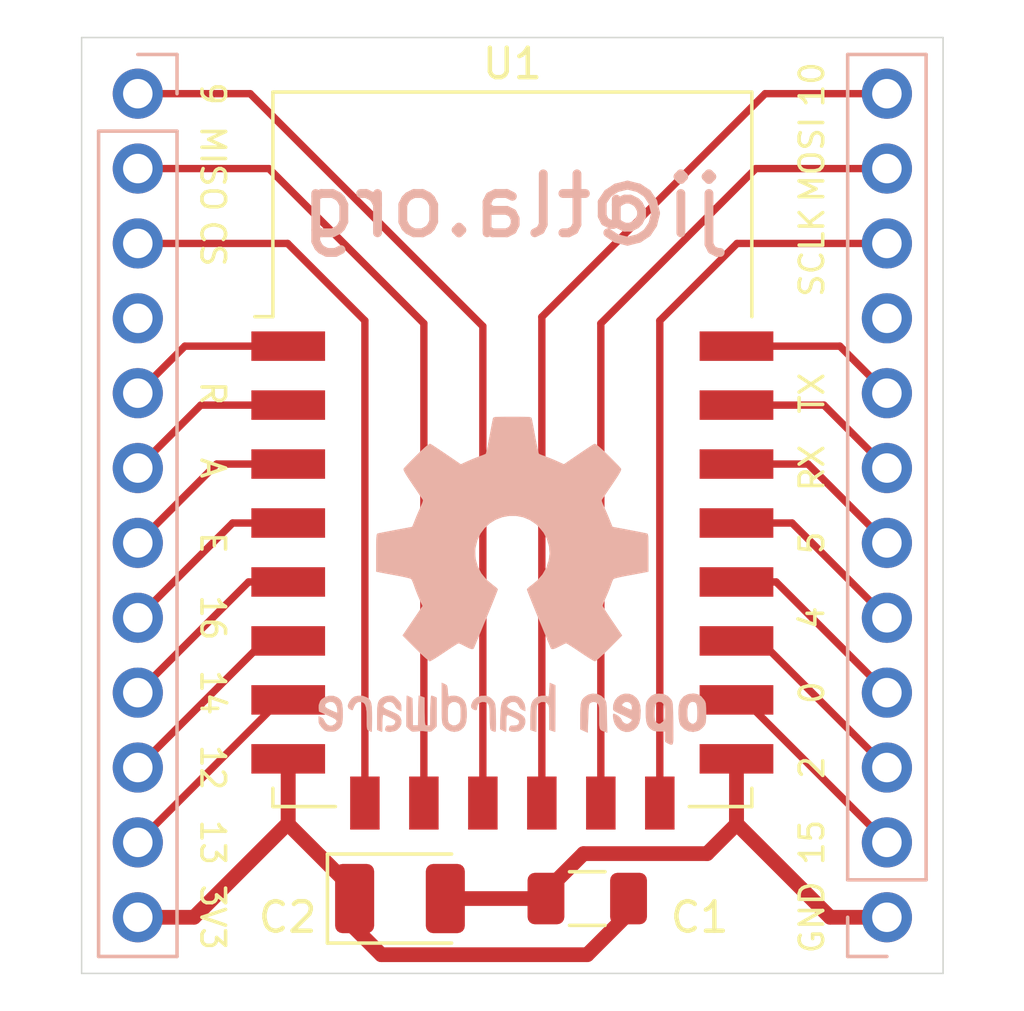
<source format=kicad_pcb>
(kicad_pcb (version 20171130) (host pcbnew 5.1.6-c6e7f7d~87~ubuntu18.04.1)

  (general
    (thickness 1.6)
    (drawings 27)
    (tracks 67)
    (zones 0)
    (modules 6)
    (nets 23)
  )

  (page A4)
  (layers
    (0 F.Cu signal)
    (31 B.Cu signal)
    (32 B.Adhes user)
    (33 F.Adhes user)
    (34 B.Paste user)
    (35 F.Paste user)
    (36 B.SilkS user)
    (37 F.SilkS user)
    (38 B.Mask user)
    (39 F.Mask user)
    (40 Dwgs.User user)
    (41 Cmts.User user)
    (42 Eco1.User user)
    (43 Eco2.User user)
    (44 Edge.Cuts user)
    (45 Margin user)
    (46 B.CrtYd user)
    (47 F.CrtYd user)
    (48 B.Fab user)
    (49 F.Fab user)
  )

  (setup
    (last_trace_width 0.25)
    (trace_clearance 0.2)
    (zone_clearance 0.508)
    (zone_45_only no)
    (trace_min 0.2)
    (via_size 0.8)
    (via_drill 0.4)
    (via_min_size 0.4)
    (via_min_drill 0.3)
    (uvia_size 0.3)
    (uvia_drill 0.1)
    (uvias_allowed no)
    (uvia_min_size 0.2)
    (uvia_min_drill 0.1)
    (edge_width 0.05)
    (segment_width 0.2)
    (pcb_text_width 0.3)
    (pcb_text_size 1.5 1.5)
    (mod_edge_width 0.12)
    (mod_text_size 1 1)
    (mod_text_width 0.15)
    (pad_size 1.7 1.7)
    (pad_drill 1)
    (pad_to_mask_clearance 0.05)
    (aux_axis_origin 0 0)
    (visible_elements FFFFFF7F)
    (pcbplotparams
      (layerselection 0x010fc_ffffffff)
      (usegerberextensions false)
      (usegerberattributes true)
      (usegerberadvancedattributes true)
      (creategerberjobfile true)
      (excludeedgelayer true)
      (linewidth 0.100000)
      (plotframeref false)
      (viasonmask false)
      (mode 1)
      (useauxorigin false)
      (hpglpennumber 1)
      (hpglpenspeed 20)
      (hpglpendiameter 15.000000)
      (psnegative false)
      (psa4output false)
      (plotreference true)
      (plotvalue true)
      (plotinvisibletext false)
      (padsonsilk false)
      (subtractmaskfromsilk false)
      (outputformat 1)
      (mirror false)
      (drillshape 1)
      (scaleselection 1)
      (outputdirectory ""))
  )

  (net 0 "")
  (net 1 /GPIO10)
  (net 2 /MOSI)
  (net 3 /SCLK)
  (net 4 /~RST)
  (net 5 /ADC)
  (net 6 /EN)
  (net 7 /GPIO16)
  (net 8 /GPIO14)
  (net 9 /GPIO12)
  (net 10 /GPIO13)
  (net 11 +3V3)
  (net 12 /GPIO9)
  (net 13 /MISO)
  (net 14 /CS0)
  (net 15 /TX)
  (net 16 /RX)
  (net 17 /GPIO5)
  (net 18 /GPIO4)
  (net 19 /GPIO0)
  (net 20 /GPIO2)
  (net 21 /GPIO15)
  (net 22 GND)

  (net_class Default "This is the default net class."
    (clearance 0.2)
    (trace_width 0.25)
    (via_dia 0.8)
    (via_drill 0.4)
    (uvia_dia 0.3)
    (uvia_drill 0.1)
    (add_net +3V3)
    (add_net /ADC)
    (add_net /CS0)
    (add_net /EN)
    (add_net /GPIO0)
    (add_net /GPIO10)
    (add_net /GPIO12)
    (add_net /GPIO13)
    (add_net /GPIO14)
    (add_net /GPIO15)
    (add_net /GPIO16)
    (add_net /GPIO2)
    (add_net /GPIO4)
    (add_net /GPIO5)
    (add_net /GPIO9)
    (add_net /MISO)
    (add_net /MOSI)
    (add_net /RX)
    (add_net /SCLK)
    (add_net /TX)
    (add_net /~RST)
    (add_net GND)
  )

  (module Symbol:OSHW-Logo2_14.6x12mm_SilkScreen (layer B.Cu) (tedit 0) (tstamp 5F3F1E65)
    (at 0 3.81 180)
    (descr "Open Source Hardware Symbol")
    (tags "Logo Symbol OSHW")
    (attr virtual)
    (fp_text reference REF** (at 0 0) (layer B.SilkS) hide
      (effects (font (size 1 1) (thickness 0.15)) (justify mirror))
    )
    (fp_text value OSHW-Logo2_14.6x12mm_SilkScreen (at 0.75 0) (layer B.Fab) hide
      (effects (font (size 1 1) (thickness 0.15)) (justify mirror))
    )
    (fp_poly (pts (xy -4.8281 -3.861903) (xy -4.71655 -3.917522) (xy -4.618092 -4.019931) (xy -4.590977 -4.057864)
      (xy -4.561438 -4.1075) (xy -4.542272 -4.161412) (xy -4.531307 -4.233364) (xy -4.526371 -4.337122)
      (xy -4.525287 -4.474101) (xy -4.530182 -4.661815) (xy -4.547196 -4.802758) (xy -4.579823 -4.907908)
      (xy -4.631558 -4.988243) (xy -4.705896 -5.054741) (xy -4.711358 -5.058678) (xy -4.78462 -5.098953)
      (xy -4.87284 -5.11888) (xy -4.985038 -5.123793) (xy -5.167433 -5.123793) (xy -5.167509 -5.300857)
      (xy -5.169207 -5.39947) (xy -5.17955 -5.457314) (xy -5.206578 -5.492006) (xy -5.258332 -5.521164)
      (xy -5.270761 -5.527121) (xy -5.328923 -5.555039) (xy -5.373956 -5.572672) (xy -5.407441 -5.574194)
      (xy -5.430962 -5.553781) (xy -5.4461 -5.505607) (xy -5.454437 -5.423846) (xy -5.457556 -5.302672)
      (xy -5.45704 -5.13626) (xy -5.454471 -4.918785) (xy -5.453668 -4.853736) (xy -5.450778 -4.629502)
      (xy -5.448188 -4.482821) (xy -5.167586 -4.482821) (xy -5.166009 -4.607326) (xy -5.159 -4.688787)
      (xy -5.143142 -4.742515) (xy -5.115019 -4.783823) (xy -5.095925 -4.803971) (xy -5.017865 -4.862921)
      (xy -4.948753 -4.86772) (xy -4.87744 -4.819038) (xy -4.875632 -4.817241) (xy -4.846617 -4.779618)
      (xy -4.828967 -4.728484) (xy -4.820064 -4.649738) (xy -4.817291 -4.529276) (xy -4.817241 -4.502588)
      (xy -4.823942 -4.336583) (xy -4.845752 -4.221505) (xy -4.885235 -4.151254) (xy -4.944956 -4.119729)
      (xy -4.979472 -4.116552) (xy -5.061389 -4.13146) (xy -5.117579 -4.180548) (xy -5.151402 -4.270362)
      (xy -5.16622 -4.407445) (xy -5.167586 -4.482821) (xy -5.448188 -4.482821) (xy -5.447713 -4.455952)
      (xy -5.443753 -4.325382) (xy -5.438174 -4.230087) (xy -5.430254 -4.162364) (xy -5.419269 -4.114507)
      (xy -5.404499 -4.078813) (xy -5.385218 -4.047578) (xy -5.376951 -4.035824) (xy -5.267288 -3.924797)
      (xy -5.128635 -3.861847) (xy -4.968246 -3.844297) (xy -4.8281 -3.861903)) (layer B.SilkS) (width 0.01))
    (fp_poly (pts (xy -2.582571 -3.877719) (xy -2.488877 -3.931914) (xy -2.423736 -3.985707) (xy -2.376093 -4.042066)
      (xy -2.343272 -4.110987) (xy -2.322594 -4.202468) (xy -2.31138 -4.326506) (xy -2.306951 -4.493098)
      (xy -2.306437 -4.612851) (xy -2.306437 -5.053659) (xy -2.430517 -5.109283) (xy -2.554598 -5.164907)
      (xy -2.569195 -4.682095) (xy -2.575227 -4.501779) (xy -2.581555 -4.370901) (xy -2.589394 -4.280511)
      (xy -2.599963 -4.221664) (xy -2.614477 -4.185413) (xy -2.634152 -4.16281) (xy -2.640465 -4.157917)
      (xy -2.736112 -4.119706) (xy -2.832793 -4.134827) (xy -2.890345 -4.174943) (xy -2.913755 -4.20337)
      (xy -2.929961 -4.240672) (xy -2.940259 -4.297223) (xy -2.945951 -4.383394) (xy -2.948336 -4.509558)
      (xy -2.948736 -4.641042) (xy -2.948814 -4.805999) (xy -2.951639 -4.922761) (xy -2.961093 -5.00151)
      (xy -2.98106 -5.052431) (xy -3.015424 -5.085706) (xy -3.068068 -5.11152) (xy -3.138383 -5.138344)
      (xy -3.21518 -5.167542) (xy -3.206038 -4.649346) (xy -3.202357 -4.462539) (xy -3.19805 -4.32449)
      (xy -3.191877 -4.225568) (xy -3.182598 -4.156145) (xy -3.168973 -4.10659) (xy -3.149761 -4.067273)
      (xy -3.126598 -4.032584) (xy -3.014848 -3.92177) (xy -2.878487 -3.857689) (xy -2.730175 -3.842339)
      (xy -2.582571 -3.877719)) (layer B.SilkS) (width 0.01))
    (fp_poly (pts (xy -5.951779 -3.866015) (xy -5.814939 -3.937968) (xy -5.713949 -4.053766) (xy -5.678075 -4.128213)
      (xy -5.650161 -4.239992) (xy -5.635871 -4.381227) (xy -5.634516 -4.535371) (xy -5.645405 -4.685879)
      (xy -5.667847 -4.816205) (xy -5.70115 -4.909803) (xy -5.711385 -4.925922) (xy -5.832618 -5.046249)
      (xy -5.976613 -5.118317) (xy -6.132861 -5.139408) (xy -6.290852 -5.106802) (xy -6.33482 -5.087253)
      (xy -6.420444 -5.027012) (xy -6.495592 -4.947135) (xy -6.502694 -4.937004) (xy -6.531561 -4.888181)
      (xy -6.550643 -4.83599) (xy -6.561916 -4.767285) (xy -6.567355 -4.668918) (xy -6.568938 -4.527744)
      (xy -6.568965 -4.496092) (xy -6.568893 -4.486019) (xy -6.277011 -4.486019) (xy -6.275313 -4.619256)
      (xy -6.268628 -4.707674) (xy -6.254575 -4.764785) (xy -6.230771 -4.804102) (xy -6.218621 -4.817241)
      (xy -6.148764 -4.867172) (xy -6.080941 -4.864895) (xy -6.012365 -4.821584) (xy -5.971465 -4.775346)
      (xy -5.947242 -4.707857) (xy -5.933639 -4.601433) (xy -5.932706 -4.58902) (xy -5.930384 -4.396147)
      (xy -5.95465 -4.2529) (xy -6.005176 -4.16016) (xy -6.081632 -4.118807) (xy -6.108924 -4.116552)
      (xy -6.180589 -4.127893) (xy -6.22961 -4.167184) (xy -6.259582 -4.242326) (xy -6.274101 -4.361222)
      (xy -6.277011 -4.486019) (xy -6.568893 -4.486019) (xy -6.567878 -4.345659) (xy -6.563312 -4.240549)
      (xy -6.553312 -4.167714) (xy -6.535921 -4.114108) (xy -6.509184 -4.066681) (xy -6.503276 -4.057864)
      (xy -6.403968 -3.939007) (xy -6.295758 -3.870008) (xy -6.164019 -3.842619) (xy -6.119283 -3.841281)
      (xy -5.951779 -3.866015)) (layer B.SilkS) (width 0.01))
    (fp_poly (pts (xy -3.684448 -3.884676) (xy -3.569342 -3.962111) (xy -3.480389 -4.073949) (xy -3.427251 -4.216265)
      (xy -3.416503 -4.321015) (xy -3.417724 -4.364726) (xy -3.427944 -4.398194) (xy -3.456039 -4.428179)
      (xy -3.510884 -4.46144) (xy -3.601355 -4.504738) (xy -3.736328 -4.564833) (xy -3.737011 -4.565134)
      (xy -3.861249 -4.622037) (xy -3.963127 -4.672565) (xy -4.032233 -4.71128) (xy -4.058154 -4.73274)
      (xy -4.058161 -4.732913) (xy -4.035315 -4.779644) (xy -3.981891 -4.831154) (xy -3.920558 -4.868261)
      (xy -3.889485 -4.875632) (xy -3.804711 -4.850138) (xy -3.731707 -4.786291) (xy -3.696087 -4.716094)
      (xy -3.66182 -4.664343) (xy -3.594697 -4.605409) (xy -3.515792 -4.554496) (xy -3.446179 -4.526809)
      (xy -3.431623 -4.525287) (xy -3.415237 -4.550321) (xy -3.41425 -4.614311) (xy -3.426292 -4.700593)
      (xy -3.448993 -4.792501) (xy -3.479986 -4.873369) (xy -3.481552 -4.876509) (xy -3.574819 -5.006734)
      (xy -3.695696 -5.095311) (xy -3.832973 -5.138786) (xy -3.97544 -5.133706) (xy -4.111888 -5.076616)
      (xy -4.117955 -5.072602) (xy -4.22529 -4.975326) (xy -4.295868 -4.848409) (xy -4.334926 -4.681526)
      (xy -4.340168 -4.634639) (xy -4.349452 -4.413329) (xy -4.338322 -4.310124) (xy -4.058161 -4.310124)
      (xy -4.054521 -4.374503) (xy -4.034611 -4.393291) (xy -3.984974 -4.379235) (xy -3.906733 -4.346009)
      (xy -3.819274 -4.304359) (xy -3.817101 -4.303256) (xy -3.74297 -4.264265) (xy -3.713219 -4.238244)
      (xy -3.720555 -4.210965) (xy -3.751447 -4.175121) (xy -3.83004 -4.123251) (xy -3.914677 -4.119439)
      (xy -3.990597 -4.157189) (xy -4.043035 -4.230001) (xy -4.058161 -4.310124) (xy -4.338322 -4.310124)
      (xy -4.330356 -4.236261) (xy -4.281366 -4.095829) (xy -4.213164 -3.997447) (xy -4.090065 -3.89803)
      (xy -3.954472 -3.848711) (xy -3.816045 -3.845568) (xy -3.684448 -3.884676)) (layer B.SilkS) (width 0.01))
    (fp_poly (pts (xy -1.255402 -3.723857) (xy -1.246846 -3.843188) (xy -1.237019 -3.913506) (xy -1.223401 -3.944179)
      (xy -1.203473 -3.944571) (xy -1.197011 -3.94091) (xy -1.11106 -3.914398) (xy -0.999255 -3.915946)
      (xy -0.885586 -3.943199) (xy -0.81449 -3.978455) (xy -0.741595 -4.034778) (xy -0.688307 -4.098519)
      (xy -0.651725 -4.17951) (xy -0.62895 -4.287586) (xy -0.617081 -4.43258) (xy -0.613218 -4.624326)
      (xy -0.613149 -4.661109) (xy -0.613103 -5.074288) (xy -0.705046 -5.106339) (xy -0.770348 -5.128144)
      (xy -0.806176 -5.138297) (xy -0.80723 -5.138391) (xy -0.810758 -5.11086) (xy -0.813761 -5.034923)
      (xy -0.81601 -4.920565) (xy -0.817276 -4.777769) (xy -0.817471 -4.690951) (xy -0.817877 -4.519773)
      (xy -0.819968 -4.397088) (xy -0.825053 -4.313) (xy -0.83444 -4.257614) (xy -0.849439 -4.221032)
      (xy -0.871358 -4.193359) (xy -0.885043 -4.180032) (xy -0.979051 -4.126328) (xy -1.081636 -4.122307)
      (xy -1.17471 -4.167725) (xy -1.191922 -4.184123) (xy -1.217168 -4.214957) (xy -1.23468 -4.251531)
      (xy -1.245858 -4.304415) (xy -1.252104 -4.384177) (xy -1.254818 -4.501385) (xy -1.255402 -4.662991)
      (xy -1.255402 -5.074288) (xy -1.347345 -5.106339) (xy -1.412647 -5.128144) (xy -1.448475 -5.138297)
      (xy -1.449529 -5.138391) (xy -1.452225 -5.110448) (xy -1.454655 -5.03163) (xy -1.456722 -4.909453)
      (xy -1.458329 -4.751432) (xy -1.459377 -4.565083) (xy -1.459769 -4.35792) (xy -1.45977 -4.348706)
      (xy -1.45977 -3.55902) (xy -1.364885 -3.518997) (xy -1.27 -3.478973) (xy -1.255402 -3.723857)) (layer B.SilkS) (width 0.01))
    (fp_poly (pts (xy 0.079944 -3.92436) (xy 0.194343 -3.966842) (xy 0.195652 -3.967658) (xy 0.266403 -4.01973)
      (xy 0.318636 -4.080584) (xy 0.355371 -4.159887) (xy 0.379634 -4.267309) (xy 0.394445 -4.412517)
      (xy 0.402829 -4.605179) (xy 0.403564 -4.632628) (xy 0.41412 -5.046521) (xy 0.325291 -5.092456)
      (xy 0.261018 -5.123498) (xy 0.22221 -5.138206) (xy 0.220415 -5.138391) (xy 0.2137 -5.11125)
      (xy 0.208365 -5.038041) (xy 0.205083 -4.931081) (xy 0.204368 -4.844469) (xy 0.204351 -4.704162)
      (xy 0.197937 -4.616051) (xy 0.17558 -4.574025) (xy 0.127732 -4.571975) (xy 0.044849 -4.60379)
      (xy -0.080287 -4.662272) (xy -0.172303 -4.710845) (xy -0.219629 -4.752986) (xy -0.233542 -4.798916)
      (xy -0.233563 -4.801189) (xy -0.210605 -4.880311) (xy -0.14263 -4.923055) (xy -0.038602 -4.929246)
      (xy 0.03633 -4.928172) (xy 0.075839 -4.949753) (xy 0.100478 -5.001591) (xy 0.114659 -5.067632)
      (xy 0.094223 -5.105104) (xy 0.086528 -5.110467) (xy 0.014083 -5.132006) (xy -0.087367 -5.135055)
      (xy -0.191843 -5.120778) (xy -0.265875 -5.094688) (xy -0.368228 -5.007785) (xy -0.426409 -4.886816)
      (xy -0.437931 -4.792308) (xy -0.429138 -4.707062) (xy -0.39732 -4.637476) (xy -0.334316 -4.575672)
      (xy -0.231969 -4.513772) (xy -0.082118 -4.443897) (xy -0.072988 -4.439948) (xy 0.061997 -4.377588)
      (xy 0.145294 -4.326446) (xy 0.180997 -4.280488) (xy 0.173203 -4.233683) (xy 0.126007 -4.179998)
      (xy 0.111894 -4.167644) (xy 0.017359 -4.119741) (xy -0.080594 -4.121758) (xy -0.165903 -4.168724)
      (xy -0.222504 -4.255669) (xy -0.227763 -4.272734) (xy -0.278977 -4.355504) (xy -0.343963 -4.395372)
      (xy -0.437931 -4.434882) (xy -0.437931 -4.332658) (xy -0.409347 -4.184072) (xy -0.324505 -4.047784)
      (xy -0.280355 -4.002191) (xy -0.179995 -3.943674) (xy -0.052365 -3.917184) (xy 0.079944 -3.92436)) (layer B.SilkS) (width 0.01))
    (fp_poly (pts (xy 1.065943 -3.92192) (xy 1.198565 -3.970859) (xy 1.30601 -4.057419) (xy 1.348032 -4.118352)
      (xy 1.393843 -4.230161) (xy 1.392891 -4.311006) (xy 1.344808 -4.365378) (xy 1.327017 -4.374624)
      (xy 1.250204 -4.40345) (xy 1.210976 -4.396065) (xy 1.197689 -4.347658) (xy 1.197012 -4.32092)
      (xy 1.172686 -4.222548) (xy 1.109281 -4.153734) (xy 1.021154 -4.120498) (xy 0.922663 -4.128861)
      (xy 0.842602 -4.172296) (xy 0.815561 -4.197072) (xy 0.796394 -4.227129) (xy 0.783446 -4.272565)
      (xy 0.775064 -4.343476) (xy 0.769593 -4.44996) (xy 0.765378 -4.602112) (xy 0.764287 -4.650287)
      (xy 0.760307 -4.815095) (xy 0.755781 -4.931088) (xy 0.748995 -5.007833) (xy 0.738231 -5.054893)
      (xy 0.721773 -5.081835) (xy 0.697906 -5.098223) (xy 0.682626 -5.105463) (xy 0.617733 -5.13022)
      (xy 0.579534 -5.138391) (xy 0.566912 -5.111103) (xy 0.559208 -5.028603) (xy 0.55638 -4.889941)
      (xy 0.558386 -4.694162) (xy 0.559011 -4.663965) (xy 0.563421 -4.485349) (xy 0.568635 -4.354923)
      (xy 0.576055 -4.262492) (xy 0.587082 -4.197858) (xy 0.603117 -4.150825) (xy 0.625561 -4.111196)
      (xy 0.637302 -4.094215) (xy 0.704619 -4.01908) (xy 0.77991 -3.960638) (xy 0.789128 -3.955536)
      (xy 0.924133 -3.91526) (xy 1.065943 -3.92192)) (layer B.SilkS) (width 0.01))
    (fp_poly (pts (xy 2.393914 -4.154455) (xy 2.393543 -4.372661) (xy 2.392108 -4.540519) (xy 2.389002 -4.66607)
      (xy 2.383622 -4.757355) (xy 2.375362 -4.822415) (xy 2.363616 -4.869291) (xy 2.347781 -4.906024)
      (xy 2.33579 -4.926991) (xy 2.23649 -5.040694) (xy 2.110588 -5.111965) (xy 1.971291 -5.137538)
      (xy 1.831805 -5.11415) (xy 1.748743 -5.072119) (xy 1.661545 -4.999411) (xy 1.602117 -4.910612)
      (xy 1.566261 -4.79432) (xy 1.549781 -4.639135) (xy 1.547447 -4.525287) (xy 1.547761 -4.517106)
      (xy 1.751724 -4.517106) (xy 1.75297 -4.647657) (xy 1.758678 -4.73408) (xy 1.771804 -4.790618)
      (xy 1.795306 -4.831514) (xy 1.823386 -4.862362) (xy 1.917688 -4.921905) (xy 2.01894 -4.926992)
      (xy 2.114636 -4.877279) (xy 2.122084 -4.870543) (xy 2.153874 -4.835502) (xy 2.173808 -4.793811)
      (xy 2.1846 -4.731762) (xy 2.188965 -4.635644) (xy 2.189655 -4.529379) (xy 2.188159 -4.39588)
      (xy 2.181964 -4.306822) (xy 2.168514 -4.248293) (xy 2.145251 -4.206382) (xy 2.126175 -4.184123)
      (xy 2.037563 -4.127985) (xy 1.935508 -4.121235) (xy 1.838095 -4.164114) (xy 1.819296 -4.180032)
      (xy 1.787293 -4.215382) (xy 1.767318 -4.257502) (xy 1.756593 -4.320251) (xy 1.752339 -4.417487)
      (xy 1.751724 -4.517106) (xy 1.547761 -4.517106) (xy 1.554504 -4.341947) (xy 1.578472 -4.204195)
      (xy 1.623548 -4.100632) (xy 1.693928 -4.019856) (xy 1.748743 -3.978455) (xy 1.848376 -3.933728)
      (xy 1.963855 -3.912967) (xy 2.071199 -3.918525) (xy 2.131264 -3.940943) (xy 2.154835 -3.947323)
      (xy 2.170477 -3.923535) (xy 2.181395 -3.859788) (xy 2.189655 -3.762687) (xy 2.198699 -3.654541)
      (xy 2.211261 -3.589475) (xy 2.234119 -3.552268) (xy 2.274051 -3.527699) (xy 2.299138 -3.516819)
      (xy 2.394023 -3.477072) (xy 2.393914 -4.154455)) (layer B.SilkS) (width 0.01))
    (fp_poly (pts (xy 3.580124 -3.93984) (xy 3.584579 -4.016653) (xy 3.588071 -4.133391) (xy 3.590315 -4.280821)
      (xy 3.591035 -4.435455) (xy 3.591035 -4.958727) (xy 3.498645 -5.051117) (xy 3.434978 -5.108047)
      (xy 3.379089 -5.131107) (xy 3.302702 -5.129647) (xy 3.27238 -5.125934) (xy 3.17761 -5.115126)
      (xy 3.099222 -5.108933) (xy 3.080115 -5.108361) (xy 3.015699 -5.112102) (xy 2.923571 -5.121494)
      (xy 2.88785 -5.125934) (xy 2.800114 -5.132801) (xy 2.741153 -5.117885) (xy 2.68269 -5.071835)
      (xy 2.661585 -5.051117) (xy 2.569195 -4.958727) (xy 2.569195 -3.979947) (xy 2.643558 -3.946066)
      (xy 2.70759 -3.92097) (xy 2.745052 -3.912184) (xy 2.754657 -3.93995) (xy 2.763635 -4.01753)
      (xy 2.771386 -4.136348) (xy 2.777314 -4.287828) (xy 2.780173 -4.415805) (xy 2.788161 -4.919425)
      (xy 2.857848 -4.929278) (xy 2.921229 -4.922389) (xy 2.952286 -4.900083) (xy 2.960967 -4.858379)
      (xy 2.968378 -4.769544) (xy 2.973931 -4.644834) (xy 2.977036 -4.495507) (xy 2.977484 -4.418661)
      (xy 2.977931 -3.976287) (xy 3.069874 -3.944235) (xy 3.134949 -3.922443) (xy 3.170347 -3.912281)
      (xy 3.171368 -3.912184) (xy 3.17492 -3.939809) (xy 3.178823 -4.016411) (xy 3.182751 -4.132579)
      (xy 3.186376 -4.278904) (xy 3.188908 -4.415805) (xy 3.196897 -4.919425) (xy 3.372069 -4.919425)
      (xy 3.380107 -4.459965) (xy 3.388146 -4.000505) (xy 3.473543 -3.956344) (xy 3.536593 -3.926019)
      (xy 3.57391 -3.912258) (xy 3.574987 -3.912184) (xy 3.580124 -3.93984)) (layer B.SilkS) (width 0.01))
    (fp_poly (pts (xy 4.314406 -3.935156) (xy 4.398469 -3.973393) (xy 4.46445 -4.019726) (xy 4.512794 -4.071532)
      (xy 4.546172 -4.138363) (xy 4.567253 -4.229769) (xy 4.578707 -4.355301) (xy 4.583203 -4.524508)
      (xy 4.583678 -4.635933) (xy 4.583678 -5.070627) (xy 4.509316 -5.104509) (xy 4.450746 -5.129272)
      (xy 4.42173 -5.138391) (xy 4.416179 -5.111257) (xy 4.411775 -5.038094) (xy 4.409078 -4.931263)
      (xy 4.408506 -4.846437) (xy 4.406046 -4.723887) (xy 4.399412 -4.626668) (xy 4.389726 -4.567134)
      (xy 4.382032 -4.554483) (xy 4.330311 -4.567402) (xy 4.249117 -4.600539) (xy 4.155102 -4.645461)
      (xy 4.064917 -4.693735) (xy 3.995215 -4.736928) (xy 3.962648 -4.766608) (xy 3.962519 -4.766929)
      (xy 3.96532 -4.821857) (xy 3.990439 -4.874292) (xy 4.034541 -4.916881) (xy 4.098909 -4.931126)
      (xy 4.153921 -4.929466) (xy 4.231835 -4.928245) (xy 4.272732 -4.946498) (xy 4.297295 -4.994726)
      (xy 4.300392 -5.00382) (xy 4.31104 -5.072598) (xy 4.282565 -5.11436) (xy 4.208344 -5.134263)
      (xy 4.128168 -5.137944) (xy 3.98389 -5.110658) (xy 3.909203 -5.07169) (xy 3.816963 -4.980148)
      (xy 3.768043 -4.867782) (xy 3.763654 -4.749051) (xy 3.805001 -4.638411) (xy 3.867197 -4.56908)
      (xy 3.929294 -4.530265) (xy 4.026895 -4.481125) (xy 4.140632 -4.431292) (xy 4.15959 -4.423677)
      (xy 4.284521 -4.368545) (xy 4.356539 -4.319954) (xy 4.3797 -4.271647) (xy 4.358064 -4.21737)
      (xy 4.32092 -4.174943) (xy 4.233127 -4.122702) (xy 4.13653 -4.118784) (xy 4.047944 -4.159041)
      (xy 3.984186 -4.239326) (xy 3.975817 -4.26004) (xy 3.927096 -4.336225) (xy 3.855965 -4.392785)
      (xy 3.766207 -4.439201) (xy 3.766207 -4.307584) (xy 3.77149 -4.227168) (xy 3.794142 -4.163786)
      (xy 3.844367 -4.096163) (xy 3.892582 -4.044076) (xy 3.967554 -3.970322) (xy 4.025806 -3.930702)
      (xy 4.088372 -3.91481) (xy 4.159193 -3.912184) (xy 4.314406 -3.935156)) (layer B.SilkS) (width 0.01))
    (fp_poly (pts (xy 5.33569 -3.940018) (xy 5.370585 -3.955269) (xy 5.453877 -4.021235) (xy 5.525103 -4.116618)
      (xy 5.569153 -4.218406) (xy 5.576322 -4.268587) (xy 5.552285 -4.338647) (xy 5.499561 -4.375717)
      (xy 5.443031 -4.398164) (xy 5.417146 -4.4023) (xy 5.404542 -4.372283) (xy 5.379654 -4.306961)
      (xy 5.368735 -4.277445) (xy 5.307508 -4.175348) (xy 5.218861 -4.124423) (xy 5.105193 -4.125989)
      (xy 5.096774 -4.127994) (xy 5.036088 -4.156767) (xy 4.991474 -4.212859) (xy 4.961002 -4.303163)
      (xy 4.942744 -4.434571) (xy 4.934771 -4.613974) (xy 4.934023 -4.709433) (xy 4.933652 -4.859913)
      (xy 4.931223 -4.962495) (xy 4.92476 -5.027672) (xy 4.912288 -5.065938) (xy 4.891833 -5.087785)
      (xy 4.861419 -5.103707) (xy 4.859661 -5.104509) (xy 4.801091 -5.129272) (xy 4.772075 -5.138391)
      (xy 4.767616 -5.110822) (xy 4.763799 -5.03462) (xy 4.760899 -4.919541) (xy 4.759191 -4.775341)
      (xy 4.758851 -4.669814) (xy 4.760588 -4.465613) (xy 4.767382 -4.310697) (xy 4.781607 -4.196024)
      (xy 4.805638 -4.112551) (xy 4.841848 -4.051236) (xy 4.892612 -4.003034) (xy 4.942739 -3.969393)
      (xy 5.063275 -3.924619) (xy 5.203557 -3.914521) (xy 5.33569 -3.940018)) (layer B.SilkS) (width 0.01))
    (fp_poly (pts (xy 6.343439 -3.95654) (xy 6.45895 -4.032034) (xy 6.514664 -4.099617) (xy 6.558804 -4.222255)
      (xy 6.562309 -4.319298) (xy 6.554368 -4.449056) (xy 6.255115 -4.580039) (xy 6.109611 -4.646958)
      (xy 6.014537 -4.70079) (xy 5.965101 -4.747416) (xy 5.956511 -4.79272) (xy 5.983972 -4.842582)
      (xy 6.014253 -4.875632) (xy 6.102363 -4.928633) (xy 6.198196 -4.932347) (xy 6.286212 -4.891041)
      (xy 6.350869 -4.808983) (xy 6.362433 -4.780008) (xy 6.417825 -4.689509) (xy 6.481553 -4.65094)
      (xy 6.568966 -4.617946) (xy 6.568966 -4.743034) (xy 6.561238 -4.828156) (xy 6.530966 -4.899938)
      (xy 6.467518 -4.982356) (xy 6.458088 -4.993066) (xy 6.387513 -5.066391) (xy 6.326847 -5.105742)
      (xy 6.25095 -5.123845) (xy 6.18803 -5.129774) (xy 6.075487 -5.131251) (xy 5.99537 -5.112535)
      (xy 5.94539 -5.084747) (xy 5.866838 -5.023641) (xy 5.812463 -4.957554) (xy 5.778052 -4.874441)
      (xy 5.759388 -4.762254) (xy 5.752256 -4.608946) (xy 5.751687 -4.531136) (xy 5.753622 -4.437853)
      (xy 5.929899 -4.437853) (xy 5.931944 -4.487896) (xy 5.937039 -4.496092) (xy 5.970666 -4.484958)
      (xy 6.04303 -4.455493) (xy 6.139747 -4.413601) (xy 6.159973 -4.404597) (xy 6.282203 -4.342442)
      (xy 6.349547 -4.287815) (xy 6.364348 -4.236649) (xy 6.328947 -4.184876) (xy 6.299711 -4.162)
      (xy 6.194216 -4.11625) (xy 6.095476 -4.123808) (xy 6.012812 -4.179651) (xy 5.955548 -4.278753)
      (xy 5.937188 -4.357414) (xy 5.929899 -4.437853) (xy 5.753622 -4.437853) (xy 5.755459 -4.349351)
      (xy 5.769359 -4.214853) (xy 5.796894 -4.116916) (xy 5.841572 -4.044811) (xy 5.906901 -3.987813)
      (xy 5.935383 -3.969393) (xy 6.064763 -3.921422) (xy 6.206412 -3.918403) (xy 6.343439 -3.95654)) (layer B.SilkS) (width 0.01))
    (fp_poly (pts (xy 0.209014 5.547002) (xy 0.367006 5.546137) (xy 0.481347 5.543795) (xy 0.559407 5.539238)
      (xy 0.608554 5.53173) (xy 0.636159 5.520534) (xy 0.649592 5.504912) (xy 0.656221 5.484127)
      (xy 0.656865 5.481437) (xy 0.666935 5.432887) (xy 0.685575 5.337095) (xy 0.710845 5.204257)
      (xy 0.740807 5.044569) (xy 0.773522 4.868226) (xy 0.774664 4.862033) (xy 0.807433 4.689218)
      (xy 0.838093 4.536531) (xy 0.864664 4.413129) (xy 0.885167 4.328169) (xy 0.897626 4.29081)
      (xy 0.89822 4.290148) (xy 0.934919 4.271905) (xy 1.010586 4.241503) (xy 1.108878 4.205507)
      (xy 1.109425 4.205315) (xy 1.233233 4.158778) (xy 1.379196 4.099496) (xy 1.516781 4.039891)
      (xy 1.523293 4.036944) (xy 1.74739 3.935235) (xy 2.243619 4.274103) (xy 2.395846 4.377408)
      (xy 2.533741 4.469763) (xy 2.649315 4.545916) (xy 2.734579 4.600615) (xy 2.781544 4.628607)
      (xy 2.786004 4.630683) (xy 2.820134 4.62144) (xy 2.883881 4.576844) (xy 2.979731 4.494791)
      (xy 3.110169 4.373179) (xy 3.243328 4.243795) (xy 3.371694 4.116298) (xy 3.486581 3.999954)
      (xy 3.581073 3.901948) (xy 3.648253 3.829464) (xy 3.681206 3.789687) (xy 3.682432 3.787639)
      (xy 3.686074 3.760344) (xy 3.67235 3.715766) (xy 3.637869 3.647888) (xy 3.579239 3.550689)
      (xy 3.49307 3.418149) (xy 3.3782 3.247524) (xy 3.276254 3.097345) (xy 3.185123 2.96265)
      (xy 3.110073 2.85126) (xy 3.056369 2.770995) (xy 3.02928 2.729675) (xy 3.027574 2.72687)
      (xy 3.030882 2.687279) (xy 3.055953 2.610331) (xy 3.097798 2.510568) (xy 3.112712 2.478709)
      (xy 3.177786 2.336774) (xy 3.247212 2.175727) (xy 3.303609 2.036379) (xy 3.344247 1.932956)
      (xy 3.376526 1.854358) (xy 3.395178 1.81328) (xy 3.397497 1.810115) (xy 3.431803 1.804872)
      (xy 3.512669 1.790506) (xy 3.629343 1.769063) (xy 3.771075 1.742587) (xy 3.92711 1.713123)
      (xy 4.086698 1.682717) (xy 4.239085 1.653412) (xy 4.373521 1.627255) (xy 4.479252 1.60629)
      (xy 4.545526 1.592561) (xy 4.561782 1.58868) (xy 4.578573 1.5791) (xy 4.591249 1.557464)
      (xy 4.600378 1.516469) (xy 4.606531 1.448811) (xy 4.61028 1.347188) (xy 4.612192 1.204297)
      (xy 4.61284 1.012835) (xy 4.612874 0.934355) (xy 4.612874 0.296094) (xy 4.459598 0.26584)
      (xy 4.374322 0.249436) (xy 4.24707 0.225491) (xy 4.093315 0.196893) (xy 3.928534 0.166533)
      (xy 3.882989 0.158194) (xy 3.730932 0.12863) (xy 3.598468 0.099558) (xy 3.496714 0.073671)
      (xy 3.436788 0.053663) (xy 3.426805 0.047699) (xy 3.402293 0.005466) (xy 3.367148 -0.07637)
      (xy 3.328173 -0.181683) (xy 3.320442 -0.204368) (xy 3.26936 -0.345018) (xy 3.205954 -0.503714)
      (xy 3.143904 -0.646225) (xy 3.143598 -0.646886) (xy 3.040267 -0.87044) (xy 3.719961 -1.870232)
      (xy 3.283621 -2.3073) (xy 3.151649 -2.437381) (xy 3.031279 -2.552048) (xy 2.929273 -2.645181)
      (xy 2.852391 -2.710658) (xy 2.807393 -2.742357) (xy 2.800938 -2.744368) (xy 2.76304 -2.728529)
      (xy 2.685708 -2.684496) (xy 2.577389 -2.61749) (xy 2.446532 -2.532734) (xy 2.305052 -2.437816)
      (xy 2.161461 -2.340998) (xy 2.033435 -2.256751) (xy 1.929105 -2.190258) (xy 1.8566 -2.146702)
      (xy 1.824158 -2.131264) (xy 1.784576 -2.144328) (xy 1.709519 -2.17875) (xy 1.614468 -2.22738)
      (xy 1.604392 -2.232785) (xy 1.476391 -2.29698) (xy 1.388618 -2.328463) (xy 1.334028 -2.328798)
      (xy 1.305575 -2.299548) (xy 1.30541 -2.299138) (xy 1.291188 -2.264498) (xy 1.257269 -2.182269)
      (xy 1.206284 -2.058814) (xy 1.140862 -1.900498) (xy 1.063634 -1.713686) (xy 0.977229 -1.504742)
      (xy 0.893551 -1.302446) (xy 0.801588 -1.0792) (xy 0.71715 -0.872392) (xy 0.642769 -0.688362)
      (xy 0.580974 -0.533451) (xy 0.534297 -0.413996) (xy 0.505268 -0.336339) (xy 0.496322 -0.307356)
      (xy 0.518756 -0.27411) (xy 0.577439 -0.221123) (xy 0.655689 -0.162704) (xy 0.878534 0.022048)
      (xy 1.052718 0.233818) (xy 1.176154 0.468144) (xy 1.246754 0.720566) (xy 1.262431 0.986623)
      (xy 1.251036 1.109425) (xy 1.18895 1.364207) (xy 1.082023 1.589199) (xy 0.936889 1.782183)
      (xy 0.760178 1.940939) (xy 0.558522 2.06325) (xy 0.338554 2.146895) (xy 0.106906 2.189656)
      (xy -0.129791 2.189313) (xy -0.364905 2.143648) (xy -0.591804 2.050441) (xy -0.803856 1.907473)
      (xy -0.892364 1.826617) (xy -1.062111 1.618993) (xy -1.180301 1.392105) (xy -1.247722 1.152567)
      (xy -1.26516 0.906993) (xy -1.233402 0.661997) (xy -1.153235 0.424192) (xy -1.025445 0.200193)
      (xy -0.85082 -0.003387) (xy -0.655688 -0.162704) (xy -0.574409 -0.223602) (xy -0.516991 -0.276015)
      (xy -0.496322 -0.307406) (xy -0.507144 -0.341639) (xy -0.537923 -0.423419) (xy -0.586126 -0.546407)
      (xy -0.649222 -0.704263) (xy -0.724678 -0.890649) (xy -0.809962 -1.099226) (xy -0.893781 -1.302496)
      (xy -0.986255 -1.525933) (xy -1.071911 -1.732984) (xy -1.148118 -1.917286) (xy -1.212247 -2.072475)
      (xy -1.261668 -2.192188) (xy -1.293752 -2.270061) (xy -1.305641 -2.299138) (xy -1.333726 -2.328677)
      (xy -1.388051 -2.328591) (xy -1.475605 -2.297326) (xy -1.603381 -2.233329) (xy -1.604392 -2.232785)
      (xy -1.700598 -2.183121) (xy -1.778369 -2.146945) (xy -1.822223 -2.131408) (xy -1.824158 -2.131264)
      (xy -1.857171 -2.147024) (xy -1.930054 -2.19085) (xy -2.034678 -2.257557) (xy -2.16291 -2.341964)
      (xy -2.305052 -2.437816) (xy -2.449767 -2.534867) (xy -2.580196 -2.61927) (xy -2.68789 -2.685801)
      (xy -2.764402 -2.729238) (xy -2.800938 -2.744368) (xy -2.834582 -2.724482) (xy -2.902224 -2.668903)
      (xy -2.997107 -2.583754) (xy -3.11247 -2.475153) (xy -3.241555 -2.349221) (xy -3.283771 -2.307149)
      (xy -3.720261 -1.869931) (xy -3.388023 -1.38234) (xy -3.287054 -1.232605) (xy -3.198438 -1.09822)
      (xy -3.127146 -0.986969) (xy -3.07815 -0.906639) (xy -3.056422 -0.865014) (xy -3.055785 -0.862053)
      (xy -3.06724 -0.822818) (xy -3.098051 -0.743895) (xy -3.142884 -0.638509) (xy -3.174353 -0.567954)
      (xy -3.233192 -0.432876) (xy -3.288604 -0.296409) (xy -3.331564 -0.181103) (xy -3.343234 -0.145977)
      (xy -3.376389 -0.052174) (xy -3.408799 0.020306) (xy -3.426601 0.047699) (xy -3.465886 0.064464)
      (xy -3.551626 0.08823) (xy -3.672697 0.116303) (xy -3.817973 0.145991) (xy -3.882988 0.158194)
      (xy -4.048087 0.188532) (xy -4.206448 0.217907) (xy -4.342596 0.243431) (xy -4.441057 0.262215)
      (xy -4.459598 0.26584) (xy -4.612873 0.296094) (xy -4.612873 0.934355) (xy -4.612529 1.14423)
      (xy -4.611116 1.30302) (xy -4.608064 1.418027) (xy -4.602803 1.496554) (xy -4.594763 1.545904)
      (xy -4.583373 1.573381) (xy -4.568063 1.586287) (xy -4.561782 1.58868) (xy -4.523896 1.597167)
      (xy -4.440195 1.6141) (xy -4.321433 1.637434) (xy -4.178361 1.665125) (xy -4.021732 1.695127)
      (xy -3.862297 1.725396) (xy -3.710809 1.753885) (xy -3.578019 1.778551) (xy -3.474681 1.797349)
      (xy -3.411545 1.808233) (xy -3.397497 1.810115) (xy -3.38477 1.835296) (xy -3.3566 1.902378)
      (xy -3.318252 1.998667) (xy -3.303609 2.036379) (xy -3.244548 2.182079) (xy -3.175 2.343049)
      (xy -3.112712 2.478709) (xy -3.066879 2.582439) (xy -3.036387 2.667674) (xy -3.026208 2.719874)
      (xy -3.027831 2.72687) (xy -3.049343 2.759898) (xy -3.098465 2.833357) (xy -3.169923 2.939423)
      (xy -3.258445 3.070274) (xy -3.358759 3.218088) (xy -3.378594 3.247266) (xy -3.494988 3.420137)
      (xy -3.580548 3.551774) (xy -3.638684 3.648239) (xy -3.672808 3.715592) (xy -3.686331 3.759894)
      (xy -3.682664 3.787206) (xy -3.68257 3.78738) (xy -3.653707 3.823254) (xy -3.589867 3.892609)
      (xy -3.497969 3.988255) (xy -3.384933 4.103001) (xy -3.257679 4.229659) (xy -3.243328 4.243795)
      (xy -3.082957 4.399097) (xy -2.959195 4.51313) (xy -2.869555 4.587998) (xy -2.811552 4.625804)
      (xy -2.786004 4.630683) (xy -2.748718 4.609397) (xy -2.671343 4.560227) (xy -2.561867 4.488425)
      (xy -2.42828 4.399245) (xy -2.27857 4.297937) (xy -2.243618 4.274103) (xy -1.74739 3.935235)
      (xy -1.523293 4.036944) (xy -1.387011 4.096217) (xy -1.240724 4.15583) (xy -1.114965 4.20336)
      (xy -1.109425 4.205315) (xy -1.011057 4.241323) (xy -0.935229 4.271771) (xy -0.898282 4.290095)
      (xy -0.89822 4.290148) (xy -0.886496 4.323271) (xy -0.866568 4.404733) (xy -0.840413 4.525375)
      (xy -0.81001 4.676041) (xy -0.777337 4.847572) (xy -0.774664 4.862033) (xy -0.74189 5.038765)
      (xy -0.711802 5.19919) (xy -0.686339 5.333112) (xy -0.667441 5.430337) (xy -0.657047 5.480668)
      (xy -0.656865 5.481437) (xy -0.650539 5.502847) (xy -0.638239 5.519012) (xy -0.612594 5.530669)
      (xy -0.566235 5.538555) (xy -0.491792 5.543407) (xy -0.381895 5.545961) (xy -0.229175 5.546955)
      (xy -0.026262 5.547126) (xy 0 5.547126) (xy 0.209014 5.547002)) (layer B.SilkS) (width 0.01))
  )

  (module Connector_PinHeader_2.54mm:PinHeader_1x12_P2.54mm_Vertical (layer B.Cu) (tedit 5F3EF88E) (tstamp 5F3EF06B)
    (at -12.7 -12.7 180)
    (descr "Through hole straight pin header, 1x12, 2.54mm pitch, single row")
    (tags "Through hole pin header THT 1x12 2.54mm single row")
    (path /5F415BC3)
    (fp_text reference J1 (at 0 2.33) (layer B.SilkS) hide
      (effects (font (size 1 1) (thickness 0.15)) (justify mirror))
    )
    (fp_text value Conn_01x12 (at 0 -30.27) (layer B.Fab)
      (effects (font (size 1 1) (thickness 0.15)) (justify mirror))
    )
    (fp_line (start 1.8 1.8) (end -1.8 1.8) (layer B.CrtYd) (width 0.05))
    (fp_line (start 1.8 -29.75) (end 1.8 1.8) (layer B.CrtYd) (width 0.05))
    (fp_line (start -1.8 -29.75) (end 1.8 -29.75) (layer B.CrtYd) (width 0.05))
    (fp_line (start -1.8 1.8) (end -1.8 -29.75) (layer B.CrtYd) (width 0.05))
    (fp_line (start -1.33 1.33) (end 0 1.33) (layer B.SilkS) (width 0.12))
    (fp_line (start -1.33 0) (end -1.33 1.33) (layer B.SilkS) (width 0.12))
    (fp_line (start -1.33 -1.27) (end 1.33 -1.27) (layer B.SilkS) (width 0.12))
    (fp_line (start 1.33 -1.27) (end 1.33 -29.27) (layer B.SilkS) (width 0.12))
    (fp_line (start -1.33 -1.27) (end -1.33 -29.27) (layer B.SilkS) (width 0.12))
    (fp_line (start -1.33 -29.27) (end 1.33 -29.27) (layer B.SilkS) (width 0.12))
    (fp_line (start -1.27 0.635) (end -0.635 1.27) (layer B.Fab) (width 0.1))
    (fp_line (start -1.27 -29.21) (end -1.27 0.635) (layer B.Fab) (width 0.1))
    (fp_line (start 1.27 -29.21) (end -1.27 -29.21) (layer B.Fab) (width 0.1))
    (fp_line (start 1.27 1.27) (end 1.27 -29.21) (layer B.Fab) (width 0.1))
    (fp_line (start -0.635 1.27) (end 1.27 1.27) (layer B.Fab) (width 0.1))
    (fp_text user %R (at 0 -13.97 270) (layer B.Fab)
      (effects (font (size 1 1) (thickness 0.15)) (justify mirror))
    )
    (pad 1 thru_hole circle (at 0 0 180) (size 1.7 1.7) (drill 1) (layers *.Cu *.Mask)
      (net 12 /GPIO9))
    (pad 2 thru_hole oval (at 0 -2.54 180) (size 1.7 1.7) (drill 1) (layers *.Cu *.Mask)
      (net 13 /MISO))
    (pad 3 thru_hole oval (at 0 -5.08 180) (size 1.7 1.7) (drill 1) (layers *.Cu *.Mask)
      (net 14 /CS0))
    (pad 4 thru_hole oval (at 0 -7.62 180) (size 1.7 1.7) (drill 1) (layers *.Cu *.Mask))
    (pad 5 thru_hole oval (at 0 -10.16 180) (size 1.7 1.7) (drill 1) (layers *.Cu *.Mask)
      (net 4 /~RST))
    (pad 6 thru_hole oval (at 0 -12.7 180) (size 1.7 1.7) (drill 1) (layers *.Cu *.Mask)
      (net 5 /ADC))
    (pad 7 thru_hole oval (at 0 -15.24 180) (size 1.7 1.7) (drill 1) (layers *.Cu *.Mask)
      (net 6 /EN))
    (pad 8 thru_hole oval (at 0 -17.78 180) (size 1.7 1.7) (drill 1) (layers *.Cu *.Mask)
      (net 7 /GPIO16))
    (pad 9 thru_hole oval (at 0 -20.32 180) (size 1.7 1.7) (drill 1) (layers *.Cu *.Mask)
      (net 8 /GPIO14))
    (pad 10 thru_hole oval (at 0 -22.86 180) (size 1.7 1.7) (drill 1) (layers *.Cu *.Mask)
      (net 9 /GPIO12))
    (pad 11 thru_hole oval (at 0 -25.4 180) (size 1.7 1.7) (drill 1) (layers *.Cu *.Mask)
      (net 10 /GPIO13))
    (pad 12 thru_hole oval (at 0 -27.94 180) (size 1.7 1.7) (drill 1) (layers *.Cu *.Mask)
      (net 11 +3V3))
    (model ${KISYS3DMOD}/Connector_PinHeader_2.54mm.3dshapes/PinHeader_1x12_P2.54mm_Vertical.wrl
      (at (xyz 0 0 0))
      (scale (xyz 1 1 1))
      (rotate (xyz 0 0 0))
    )
  )

  (module Connector_PinHeader_2.54mm:PinHeader_1x12_P2.54mm_Vertical (layer B.Cu) (tedit 5F3EF8A4) (tstamp 5F3EF08B)
    (at 12.7 15.24)
    (descr "Through hole straight pin header, 1x12, 2.54mm pitch, single row")
    (tags "Through hole pin header THT 1x12 2.54mm single row")
    (path /5F417CF4)
    (fp_text reference J4 (at 3.81 0) (layer B.SilkS) hide
      (effects (font (size 1 1) (thickness 0.15)) (justify mirror))
    )
    (fp_text value Conn_01x12 (at 0 -30.27) (layer B.Fab)
      (effects (font (size 1 1) (thickness 0.15)) (justify mirror))
    )
    (fp_text user %R (at 0 -13.97 -90) (layer B.Fab)
      (effects (font (size 1 1) (thickness 0.15)) (justify mirror))
    )
    (fp_line (start -0.635 1.27) (end 1.27 1.27) (layer B.Fab) (width 0.1))
    (fp_line (start 1.27 1.27) (end 1.27 -29.21) (layer B.Fab) (width 0.1))
    (fp_line (start 1.27 -29.21) (end -1.27 -29.21) (layer B.Fab) (width 0.1))
    (fp_line (start -1.27 -29.21) (end -1.27 0.635) (layer B.Fab) (width 0.1))
    (fp_line (start -1.27 0.635) (end -0.635 1.27) (layer B.Fab) (width 0.1))
    (fp_line (start -1.33 -29.27) (end 1.33 -29.27) (layer B.SilkS) (width 0.12))
    (fp_line (start -1.33 -1.27) (end -1.33 -29.27) (layer B.SilkS) (width 0.12))
    (fp_line (start 1.33 -1.27) (end 1.33 -29.27) (layer B.SilkS) (width 0.12))
    (fp_line (start -1.33 -1.27) (end 1.33 -1.27) (layer B.SilkS) (width 0.12))
    (fp_line (start -1.33 0) (end -1.33 1.33) (layer B.SilkS) (width 0.12))
    (fp_line (start -1.33 1.33) (end 0 1.33) (layer B.SilkS) (width 0.12))
    (fp_line (start -1.8 1.8) (end -1.8 -29.75) (layer B.CrtYd) (width 0.05))
    (fp_line (start -1.8 -29.75) (end 1.8 -29.75) (layer B.CrtYd) (width 0.05))
    (fp_line (start 1.8 -29.75) (end 1.8 1.8) (layer B.CrtYd) (width 0.05))
    (fp_line (start 1.8 1.8) (end -1.8 1.8) (layer B.CrtYd) (width 0.05))
    (pad 12 thru_hole oval (at 0 -27.94) (size 1.7 1.7) (drill 1) (layers *.Cu *.Mask)
      (net 1 /GPIO10))
    (pad 11 thru_hole oval (at 0 -25.4) (size 1.7 1.7) (drill 1) (layers *.Cu *.Mask)
      (net 2 /MOSI))
    (pad 10 thru_hole oval (at 0 -22.86) (size 1.7 1.7) (drill 1) (layers *.Cu *.Mask)
      (net 3 /SCLK))
    (pad 9 thru_hole oval (at 0 -20.32) (size 1.7 1.7) (drill 1) (layers *.Cu *.Mask))
    (pad 8 thru_hole oval (at 0 -17.78) (size 1.7 1.7) (drill 1) (layers *.Cu *.Mask)
      (net 15 /TX))
    (pad 7 thru_hole oval (at 0 -15.24) (size 1.7 1.7) (drill 1) (layers *.Cu *.Mask)
      (net 16 /RX))
    (pad 6 thru_hole oval (at 0 -12.7) (size 1.7 1.7) (drill 1) (layers *.Cu *.Mask)
      (net 17 /GPIO5))
    (pad 5 thru_hole oval (at 0 -10.16) (size 1.7 1.7) (drill 1) (layers *.Cu *.Mask)
      (net 18 /GPIO4))
    (pad 4 thru_hole oval (at 0 -7.62) (size 1.7 1.7) (drill 1) (layers *.Cu *.Mask)
      (net 19 /GPIO0))
    (pad 3 thru_hole oval (at 0 -5.08) (size 1.7 1.7) (drill 1) (layers *.Cu *.Mask)
      (net 20 /GPIO2))
    (pad 2 thru_hole oval (at 0 -2.54) (size 1.7 1.7) (drill 1) (layers *.Cu *.Mask)
      (net 21 /GPIO15))
    (pad 1 thru_hole circle (at 0 0) (size 1.7 1.7) (drill 1) (layers *.Cu *.Mask)
      (net 22 GND))
    (model ${KISYS3DMOD}/Connector_PinHeader_2.54mm.3dshapes/PinHeader_1x12_P2.54mm_Vertical.wrl
      (at (xyz 0 0 0))
      (scale (xyz 1 1 1))
      (rotate (xyz 0 0 0))
    )
  )

  (module RF_Module:ESP-12E (layer F.Cu) (tedit 5A030172) (tstamp 5F3F02A8)
    (at 0 -0.635)
    (descr "Wi-Fi Module, http://wiki.ai-thinker.com/_media/esp8266/docs/aithinker_esp_12f_datasheet_en.pdf")
    (tags "Wi-Fi Module")
    (path /5F3F490E)
    (attr smd)
    (fp_text reference U1 (at 0 -13.081) (layer F.SilkS)
      (effects (font (size 1 1) (thickness 0.15)))
    )
    (fp_text value ESP-12F (at -0.06 -12.78) (layer F.Fab)
      (effects (font (size 1 1) (thickness 0.15)))
    )
    (fp_line (start 5.56 -4.8) (end 8.12 -7.36) (layer Dwgs.User) (width 0.12))
    (fp_line (start 2.56 -4.8) (end 8.12 -10.36) (layer Dwgs.User) (width 0.12))
    (fp_line (start -0.44 -4.8) (end 6.88 -12.12) (layer Dwgs.User) (width 0.12))
    (fp_line (start -3.44 -4.8) (end 3.88 -12.12) (layer Dwgs.User) (width 0.12))
    (fp_line (start -6.44 -4.8) (end 0.88 -12.12) (layer Dwgs.User) (width 0.12))
    (fp_line (start -8.12 -6.12) (end -2.12 -12.12) (layer Dwgs.User) (width 0.12))
    (fp_line (start -8.12 -9.12) (end -5.12 -12.12) (layer Dwgs.User) (width 0.12))
    (fp_line (start -8.12 -4.8) (end -8.12 -12.12) (layer Dwgs.User) (width 0.12))
    (fp_line (start 8.12 -4.8) (end -8.12 -4.8) (layer Dwgs.User) (width 0.12))
    (fp_line (start 8.12 -12.12) (end 8.12 -4.8) (layer Dwgs.User) (width 0.12))
    (fp_line (start -8.12 -12.12) (end 8.12 -12.12) (layer Dwgs.User) (width 0.12))
    (fp_line (start -8.12 -4.5) (end -8.73 -4.5) (layer F.SilkS) (width 0.12))
    (fp_line (start -8.12 -4.5) (end -8.12 -12.12) (layer F.SilkS) (width 0.12))
    (fp_line (start -8.12 12.12) (end -8.12 11.5) (layer F.SilkS) (width 0.12))
    (fp_line (start -6 12.12) (end -8.12 12.12) (layer F.SilkS) (width 0.12))
    (fp_line (start 8.12 12.12) (end 6 12.12) (layer F.SilkS) (width 0.12))
    (fp_line (start 8.12 11.5) (end 8.12 12.12) (layer F.SilkS) (width 0.12))
    (fp_line (start 8.12 -12.12) (end 8.12 -4.5) (layer F.SilkS) (width 0.12))
    (fp_line (start -8.12 -12.12) (end 8.12 -12.12) (layer F.SilkS) (width 0.12))
    (fp_line (start -9.05 13.1) (end -9.05 -12.2) (layer F.CrtYd) (width 0.05))
    (fp_line (start 9.05 13.1) (end -9.05 13.1) (layer F.CrtYd) (width 0.05))
    (fp_line (start 9.05 -12.2) (end 9.05 13.1) (layer F.CrtYd) (width 0.05))
    (fp_line (start -9.05 -12.2) (end 9.05 -12.2) (layer F.CrtYd) (width 0.05))
    (fp_line (start -8 -4) (end -8 -12) (layer F.Fab) (width 0.12))
    (fp_line (start -7.5 -3.5) (end -8 -4) (layer F.Fab) (width 0.12))
    (fp_line (start -8 -3) (end -7.5 -3.5) (layer F.Fab) (width 0.12))
    (fp_line (start -8 12) (end -8 -3) (layer F.Fab) (width 0.12))
    (fp_line (start 8 12) (end -8 12) (layer F.Fab) (width 0.12))
    (fp_line (start 8 -12) (end 8 12) (layer F.Fab) (width 0.12))
    (fp_line (start -8 -12) (end 8 -12) (layer F.Fab) (width 0.12))
    (fp_text user Antenna (at -0.06 -7 180) (layer Cmts.User) hide
      (effects (font (size 1 1) (thickness 0.15)))
    )
    (fp_text user "KEEP-OUT ZONE" (at 0.03 -9.55 180) (layer Cmts.User) hide
      (effects (font (size 1 1) (thickness 0.15)))
    )
    (fp_text user %R (at 0.49 -0.8) (layer F.Fab)
      (effects (font (size 1 1) (thickness 0.15)))
    )
    (pad 1 smd rect (at -7.6 -3.5) (size 2.5 1) (layers F.Cu F.Paste F.Mask)
      (net 4 /~RST))
    (pad 2 smd rect (at -7.6 -1.5) (size 2.5 1) (layers F.Cu F.Paste F.Mask)
      (net 5 /ADC))
    (pad 3 smd rect (at -7.6 0.5) (size 2.5 1) (layers F.Cu F.Paste F.Mask)
      (net 6 /EN))
    (pad 4 smd rect (at -7.6 2.5) (size 2.5 1) (layers F.Cu F.Paste F.Mask)
      (net 7 /GPIO16))
    (pad 5 smd rect (at -7.6 4.5) (size 2.5 1) (layers F.Cu F.Paste F.Mask)
      (net 8 /GPIO14))
    (pad 6 smd rect (at -7.6 6.5) (size 2.5 1) (layers F.Cu F.Paste F.Mask)
      (net 9 /GPIO12))
    (pad 7 smd rect (at -7.6 8.5) (size 2.5 1) (layers F.Cu F.Paste F.Mask)
      (net 10 /GPIO13))
    (pad 8 smd rect (at -7.6 10.5) (size 2.5 1) (layers F.Cu F.Paste F.Mask)
      (net 11 +3V3))
    (pad 9 smd rect (at -5 12) (size 1 1.8) (layers F.Cu F.Paste F.Mask)
      (net 14 /CS0))
    (pad 10 smd rect (at -3 12) (size 1 1.8) (layers F.Cu F.Paste F.Mask)
      (net 13 /MISO))
    (pad 11 smd rect (at -1 12) (size 1 1.8) (layers F.Cu F.Paste F.Mask)
      (net 12 /GPIO9))
    (pad 12 smd rect (at 1 12) (size 1 1.8) (layers F.Cu F.Paste F.Mask)
      (net 1 /GPIO10))
    (pad 13 smd rect (at 3 12) (size 1 1.8) (layers F.Cu F.Paste F.Mask)
      (net 2 /MOSI))
    (pad 14 smd rect (at 5 12) (size 1 1.8) (layers F.Cu F.Paste F.Mask)
      (net 3 /SCLK))
    (pad 15 smd rect (at 7.6 10.5) (size 2.5 1) (layers F.Cu F.Paste F.Mask)
      (net 22 GND))
    (pad 16 smd rect (at 7.6 8.5) (size 2.5 1) (layers F.Cu F.Paste F.Mask)
      (net 21 /GPIO15))
    (pad 17 smd rect (at 7.6 6.5) (size 2.5 1) (layers F.Cu F.Paste F.Mask)
      (net 20 /GPIO2))
    (pad 18 smd rect (at 7.6 4.5) (size 2.5 1) (layers F.Cu F.Paste F.Mask)
      (net 19 /GPIO0))
    (pad 19 smd rect (at 7.6 2.5) (size 2.5 1) (layers F.Cu F.Paste F.Mask)
      (net 18 /GPIO4))
    (pad 20 smd rect (at 7.6 0.5) (size 2.5 1) (layers F.Cu F.Paste F.Mask)
      (net 17 /GPIO5))
    (pad 21 smd rect (at 7.6 -1.5) (size 2.5 1) (layers F.Cu F.Paste F.Mask)
      (net 16 /RX))
    (pad 22 smd rect (at 7.6 -3.5) (size 2.5 1) (layers F.Cu F.Paste F.Mask)
      (net 15 /TX))
    (model ${KISYS3DMOD}/RF_Module.3dshapes/ESP-12E.wrl
      (at (xyz 0 0 0))
      (scale (xyz 1 1 1))
      (rotate (xyz 0 0 0))
    )
  )

  (module Capacitor_SMD:C_1206_3216Metric (layer F.Cu) (tedit 5B301BBE) (tstamp 5F3EFF84)
    (at 2.54 14.605 180)
    (descr "Capacitor SMD 1206 (3216 Metric), square (rectangular) end terminal, IPC_7351 nominal, (Body size source: http://www.tortai-tech.com/upload/download/2011102023233369053.pdf), generated with kicad-footprint-generator")
    (tags capacitor)
    (path /5F4CE94A)
    (attr smd)
    (fp_text reference C1 (at -3.81 -0.635) (layer F.SilkS)
      (effects (font (size 1 1) (thickness 0.15)))
    )
    (fp_text value 100n (at 0 1.82) (layer F.Fab)
      (effects (font (size 1 1) (thickness 0.15)))
    )
    (fp_line (start 2.28 1.12) (end -2.28 1.12) (layer F.CrtYd) (width 0.05))
    (fp_line (start 2.28 -1.12) (end 2.28 1.12) (layer F.CrtYd) (width 0.05))
    (fp_line (start -2.28 -1.12) (end 2.28 -1.12) (layer F.CrtYd) (width 0.05))
    (fp_line (start -2.28 1.12) (end -2.28 -1.12) (layer F.CrtYd) (width 0.05))
    (fp_line (start -0.602064 0.91) (end 0.602064 0.91) (layer F.SilkS) (width 0.12))
    (fp_line (start -0.602064 -0.91) (end 0.602064 -0.91) (layer F.SilkS) (width 0.12))
    (fp_line (start 1.6 0.8) (end -1.6 0.8) (layer F.Fab) (width 0.1))
    (fp_line (start 1.6 -0.8) (end 1.6 0.8) (layer F.Fab) (width 0.1))
    (fp_line (start -1.6 -0.8) (end 1.6 -0.8) (layer F.Fab) (width 0.1))
    (fp_line (start -1.6 0.8) (end -1.6 -0.8) (layer F.Fab) (width 0.1))
    (fp_text user %R (at 0 0) (layer F.Fab)
      (effects (font (size 0.8 0.8) (thickness 0.12)))
    )
    (pad 1 smd roundrect (at -1.4 0 180) (size 1.25 1.75) (layers F.Cu F.Paste F.Mask) (roundrect_rratio 0.2)
      (net 11 +3V3))
    (pad 2 smd roundrect (at 1.4 0 180) (size 1.25 1.75) (layers F.Cu F.Paste F.Mask) (roundrect_rratio 0.2)
      (net 22 GND))
    (model ${KISYS3DMOD}/Capacitor_SMD.3dshapes/C_1206_3216Metric.wrl
      (at (xyz 0 0 0))
      (scale (xyz 1 1 1))
      (rotate (xyz 0 0 0))
    )
  )

  (module Capacitor_Tantalum_SMD:CP_EIA-3528-12_Kemet-T (layer F.Cu) (tedit 5B342532) (tstamp 5F3EFF50)
    (at -3.81 14.605)
    (descr "Tantalum Capacitor SMD Kemet-T (3528-12 Metric), IPC_7351 nominal, (Body size from: http://www.kemet.com/Lists/ProductCatalog/Attachments/253/KEM_TC101_STD.pdf), generated with kicad-footprint-generator")
    (tags "capacitor tantalum")
    (path /5F4CEC8A)
    (attr smd)
    (fp_text reference C2 (at -3.81 0.635) (layer F.SilkS)
      (effects (font (size 1 1) (thickness 0.15)))
    )
    (fp_text value 10u (at 0 2.35) (layer F.Fab)
      (effects (font (size 1 1) (thickness 0.15)))
    )
    (fp_line (start 2.45 1.65) (end -2.45 1.65) (layer F.CrtYd) (width 0.05))
    (fp_line (start 2.45 -1.65) (end 2.45 1.65) (layer F.CrtYd) (width 0.05))
    (fp_line (start -2.45 -1.65) (end 2.45 -1.65) (layer F.CrtYd) (width 0.05))
    (fp_line (start -2.45 1.65) (end -2.45 -1.65) (layer F.CrtYd) (width 0.05))
    (fp_line (start -2.46 1.51) (end 1.75 1.51) (layer F.SilkS) (width 0.12))
    (fp_line (start -2.46 -1.51) (end -2.46 1.51) (layer F.SilkS) (width 0.12))
    (fp_line (start 1.75 -1.51) (end -2.46 -1.51) (layer F.SilkS) (width 0.12))
    (fp_line (start 1.75 1.4) (end 1.75 -1.4) (layer F.Fab) (width 0.1))
    (fp_line (start -1.75 1.4) (end 1.75 1.4) (layer F.Fab) (width 0.1))
    (fp_line (start -1.75 -0.7) (end -1.75 1.4) (layer F.Fab) (width 0.1))
    (fp_line (start -1.05 -1.4) (end -1.75 -0.7) (layer F.Fab) (width 0.1))
    (fp_line (start 1.75 -1.4) (end -1.05 -1.4) (layer F.Fab) (width 0.1))
    (fp_text user %R (at 0 0) (layer F.Fab)
      (effects (font (size 0.88 0.88) (thickness 0.13)))
    )
    (pad 1 smd roundrect (at -1.5375 0) (size 1.325 2.35) (layers F.Cu F.Paste F.Mask) (roundrect_rratio 0.188679)
      (net 11 +3V3))
    (pad 2 smd roundrect (at 1.5375 0) (size 1.325 2.35) (layers F.Cu F.Paste F.Mask) (roundrect_rratio 0.188679)
      (net 22 GND))
    (model ${KISYS3DMOD}/Capacitor_Tantalum_SMD.3dshapes/CP_EIA-3528-12_Kemet-T.wrl
      (at (xyz 0 0 0))
      (scale (xyz 1 1 1))
      (rotate (xyz 0 0 0))
    )
  )

  (gr_text ji@tla.org (at 0 -8.89) (layer B.SilkS)
    (effects (font (size 2 2) (thickness 0.3)) (justify mirror))
  )
  (gr_text " 10" (at 10.16 -12.7 90) (layer F.SilkS) (tstamp 5F3F0CDF)
    (effects (font (size 0.8 0.8) (thickness 0.12)))
  )
  (gr_text " MOSI" (at 10.16 -10.16 90) (layer F.SilkS) (tstamp 5F3F0CDF)
    (effects (font (size 0.8 0.8) (thickness 0.12)))
  )
  (gr_text "SCLK " (at 10.16 -7.62 90) (layer F.SilkS) (tstamp 5F3F0CDF)
    (effects (font (size 0.8 0.8) (thickness 0.12)))
  )
  (gr_text TX (at 10.16 -2.54 90) (layer F.SilkS) (tstamp 5F3F0CDF)
    (effects (font (size 0.8 0.8) (thickness 0.12)))
  )
  (gr_text RX (at 10.16 0 90) (layer F.SilkS) (tstamp 5F3F0CDF)
    (effects (font (size 0.8 0.8) (thickness 0.12)))
  )
  (gr_text 5 (at 10.16 2.54 90) (layer F.SilkS) (tstamp 5F3F0CD0)
    (effects (font (size 0.8 0.8) (thickness 0.12)))
  )
  (gr_text 4 (at 10.16 5.08 90) (layer F.SilkS) (tstamp 5F3F0CD0)
    (effects (font (size 0.8 0.8) (thickness 0.12)))
  )
  (gr_text 0 (at 10.16 7.62 90) (layer F.SilkS) (tstamp 5F3F0CD0)
    (effects (font (size 0.8 0.8) (thickness 0.12)))
  )
  (gr_text 2 (at 10.16 10.16 90) (layer F.SilkS) (tstamp 5F3F0CD0)
    (effects (font (size 0.8 0.8) (thickness 0.12)))
  )
  (gr_text 15 (at 10.16 12.7 90) (layer F.SilkS) (tstamp 5F3F0CD0)
    (effects (font (size 0.8 0.8) (thickness 0.12)))
  )
  (gr_text GND (at 10.16 15.24 90) (layer F.SilkS) (tstamp 5F3F0C19)
    (effects (font (size 0.8 0.8) (thickness 0.12)))
  )
  (gr_text 9 (at -10.16 -12.7 270) (layer F.SilkS) (tstamp 5F3F0C19)
    (effects (font (size 0.8 0.8) (thickness 0.12)))
  )
  (gr_text MISO (at -10.16 -10.16 270) (layer F.SilkS) (tstamp 5F3F0C19)
    (effects (font (size 0.8 0.8) (thickness 0.12)))
  )
  (gr_text CS (at -10.16 -7.62 270) (layer F.SilkS) (tstamp 5F3F0C19)
    (effects (font (size 0.8 0.8) (thickness 0.12)))
  )
  (gr_text R (at -10.16 -2.54 270) (layer F.SilkS) (tstamp 5F3F0C19)
    (effects (font (size 0.8 0.8) (thickness 0.12)))
  )
  (gr_text A (at -10.16 0 270) (layer F.SilkS) (tstamp 5F3F0C19)
    (effects (font (size 0.8 0.8) (thickness 0.12)))
  )
  (gr_text E (at -10.16 2.54 270) (layer F.SilkS) (tstamp 5F3F0C19)
    (effects (font (size 0.8 0.8) (thickness 0.12)))
  )
  (gr_text 16 (at -10.16 5.08 270) (layer F.SilkS) (tstamp 5F3F0C19)
    (effects (font (size 0.8 0.8) (thickness 0.12)))
  )
  (gr_text 3V3 (at -10.16 15.24 270) (layer F.SilkS) (tstamp 5F3F0C08)
    (effects (font (size 0.8 0.8) (thickness 0.12)))
  )
  (gr_text 13 (at -10.16 12.7 270) (layer F.SilkS) (tstamp 5F3F0C08)
    (effects (font (size 0.8 0.8) (thickness 0.12)))
  )
  (gr_text 12 (at -10.16 10.16 270) (layer F.SilkS) (tstamp 5F3F0C08)
    (effects (font (size 0.8 0.8) (thickness 0.12)))
  )
  (gr_text 14 (at -10.16 7.62 270) (layer F.SilkS) (tstamp 5F3F0C08)
    (effects (font (size 0.8 0.8) (thickness 0.12)))
  )
  (gr_line (start -14.605 17.145) (end -14.605 -14.605) (layer Edge.Cuts) (width 0.05) (tstamp 5F3EFD21))
  (gr_line (start 14.605 17.145) (end -14.605 17.145) (layer Edge.Cuts) (width 0.05))
  (gr_line (start 14.605 -14.605) (end 14.605 17.145) (layer Edge.Cuts) (width 0.05))
  (gr_line (start -14.605 -14.605) (end 14.605 -14.605) (layer Edge.Cuts) (width 0.05))

  (segment (start 1 11.365) (end 1 -5.1275) (width 0.25) (layer F.Cu) (net 1))
  (segment (start 8.5725 -12.7) (end 12.7 -12.7) (width 0.25) (layer F.Cu) (net 1))
  (segment (start 1 -5.1275) (end 8.5725 -12.7) (width 0.25) (layer F.Cu) (net 1))
  (segment (start 8.255 -10.16) (end 12.7 -10.16) (width 0.25) (layer F.Cu) (net 2))
  (segment (start 3 11.365) (end 3 -4.905) (width 0.25) (layer F.Cu) (net 2))
  (segment (start 3 -4.905) (end 8.255 -10.16) (width 0.25) (layer F.Cu) (net 2))
  (segment (start 7.62 -7.62) (end 12.7 -7.62) (width 0.25) (layer F.Cu) (net 3))
  (segment (start 5 11.365) (end 5 -5) (width 0.25) (layer F.Cu) (net 3))
  (segment (start 5 -5) (end 7.62 -7.62) (width 0.25) (layer F.Cu) (net 3))
  (segment (start -11.105 -4.135) (end -7.6 -4.135) (width 0.25) (layer F.Cu) (net 4))
  (segment (start -12.7 -2.54) (end -11.105 -4.135) (width 0.25) (layer F.Cu) (net 4))
  (segment (start -10.565 -2.135) (end -7.6 -2.135) (width 0.25) (layer F.Cu) (net 5))
  (segment (start -12.7 0) (end -10.565 -2.135) (width 0.25) (layer F.Cu) (net 5))
  (segment (start -10.025 -0.135) (end -7.6 -0.135) (width 0.25) (layer F.Cu) (net 6))
  (segment (start -12.7 2.54) (end -10.025 -0.135) (width 0.25) (layer F.Cu) (net 6))
  (segment (start -9.485 1.865) (end -7.6 1.865) (width 0.25) (layer F.Cu) (net 7))
  (segment (start -12.7 5.08) (end -9.485 1.865) (width 0.25) (layer F.Cu) (net 7))
  (segment (start -8.945 3.865) (end -7.6 3.865) (width 0.25) (layer F.Cu) (net 8))
  (segment (start -12.7 7.62) (end -8.945 3.865) (width 0.25) (layer F.Cu) (net 8))
  (segment (start -8.405 5.865) (end -7.6 5.865) (width 0.25) (layer F.Cu) (net 9))
  (segment (start -12.7 10.16) (end -8.405 5.865) (width 0.25) (layer F.Cu) (net 9))
  (segment (start -7.865 7.865) (end -7.6 7.865) (width 0.25) (layer F.Cu) (net 10))
  (segment (start -12.7 12.7) (end -7.865 7.865) (width 0.25) (layer F.Cu) (net 10))
  (segment (start -7.6 12.045) (end -7.6 9.865) (width 0.5) (layer F.Cu) (net 11))
  (segment (start -12.7 15.24) (end -10.795 15.24) (width 0.5) (layer F.Cu) (net 11))
  (segment (start -10.795 15.24) (end -7.6 12.045) (width 0.5) (layer F.Cu) (net 11))
  (segment (start -7.6 12.085) (end -7.6 9.865) (width 0.5) (layer F.Cu) (net 11))
  (segment (start -5.3475 14.605) (end -5.3475 14.3375) (width 0.5) (layer F.Cu) (net 11))
  (segment (start -5.3475 14.3375) (end -7.6 12.085) (width 0.5) (layer F.Cu) (net 11))
  (segment (start 2.54 16.51) (end -4.445 16.51) (width 0.5) (layer F.Cu) (net 11))
  (segment (start -4.445 16.51) (end -5.3475 15.6075) (width 0.5) (layer F.Cu) (net 11))
  (segment (start 3.94 14.605) (end 3.94 15.11) (width 0.5) (layer F.Cu) (net 11))
  (segment (start -5.3475 15.6075) (end -5.3475 14.605) (width 0.5) (layer F.Cu) (net 11))
  (segment (start 3.94 15.11) (end 2.54 16.51) (width 0.5) (layer F.Cu) (net 11))
  (segment (start -1 11.365) (end -1 -4.81) (width 0.25) (layer F.Cu) (net 12))
  (segment (start -8.89 -12.7) (end -12.7 -12.7) (width 0.25) (layer F.Cu) (net 12))
  (segment (start -1 -4.81) (end -8.89 -12.7) (width 0.25) (layer F.Cu) (net 12))
  (segment (start -8.255 -10.16) (end -12.7 -10.16) (width 0.25) (layer F.Cu) (net 13))
  (segment (start -3 11.365) (end -3 -4.905) (width 0.25) (layer F.Cu) (net 13))
  (segment (start -3 -4.905) (end -8.255 -10.16) (width 0.25) (layer F.Cu) (net 13))
  (segment (start -5 11.365) (end -5 -5) (width 0.25) (layer F.Cu) (net 14))
  (segment (start -7.62 -7.62) (end -12.7 -7.62) (width 0.25) (layer F.Cu) (net 14))
  (segment (start -5 -5) (end -7.62 -7.62) (width 0.25) (layer F.Cu) (net 14))
  (segment (start 11.105 -4.135) (end 7.6 -4.135) (width 0.25) (layer F.Cu) (net 15))
  (segment (start 12.7 -2.54) (end 11.105 -4.135) (width 0.25) (layer F.Cu) (net 15))
  (segment (start 10.565 -2.135) (end 7.6 -2.135) (width 0.25) (layer F.Cu) (net 16))
  (segment (start 12.7 0) (end 10.565 -2.135) (width 0.25) (layer F.Cu) (net 16))
  (segment (start 10.025 -0.135) (end 7.6 -0.135) (width 0.25) (layer F.Cu) (net 17))
  (segment (start 12.7 2.54) (end 10.025 -0.135) (width 0.25) (layer F.Cu) (net 17))
  (segment (start 9.485 1.865) (end 7.6 1.865) (width 0.25) (layer F.Cu) (net 18))
  (segment (start 12.7 5.08) (end 9.485 1.865) (width 0.25) (layer F.Cu) (net 18))
  (segment (start 8.945 3.865) (end 7.6 3.865) (width 0.25) (layer F.Cu) (net 19))
  (segment (start 12.7 7.62) (end 8.945 3.865) (width 0.25) (layer F.Cu) (net 19))
  (segment (start 8.405 5.865) (end 7.6 5.865) (width 0.25) (layer F.Cu) (net 20))
  (segment (start 12.7 10.16) (end 8.405 5.865) (width 0.25) (layer F.Cu) (net 20))
  (segment (start 7.865 7.865) (end 7.6 7.865) (width 0.25) (layer F.Cu) (net 21))
  (segment (start 12.7 12.7) (end 7.865 7.865) (width 0.25) (layer F.Cu) (net 21))
  (segment (start -2.2725 14.605) (end 1.14 14.605) (width 0.5) (layer F.Cu) (net 22))
  (segment (start 7.6 11.45) (end 7.6 9.865) (width 0.5) (layer F.Cu) (net 22))
  (segment (start 12.7 15.24) (end 10.775 15.24) (width 0.5) (layer F.Cu) (net 22))
  (segment (start 7.6 12.065) (end 7.6 11.45) (width 0.5) (layer F.Cu) (net 22))
  (segment (start 10.775 15.24) (end 7.6 12.065) (width 0.5) (layer F.Cu) (net 22))
  (segment (start 7.6 12.085) (end 7.6 11.45) (width 0.5) (layer F.Cu) (net 22))
  (segment (start 6.604 13.081) (end 7.6 12.085) (width 0.5) (layer F.Cu) (net 22))
  (segment (start 2.4115 13.081) (end 6.604 13.081) (width 0.5) (layer F.Cu) (net 22))
  (segment (start 1.14 14.605) (end 1.14 14.3525) (width 0.5) (layer F.Cu) (net 22))
  (segment (start 1.14 14.3525) (end 2.4115 13.081) (width 0.5) (layer F.Cu) (net 22))

)

</source>
